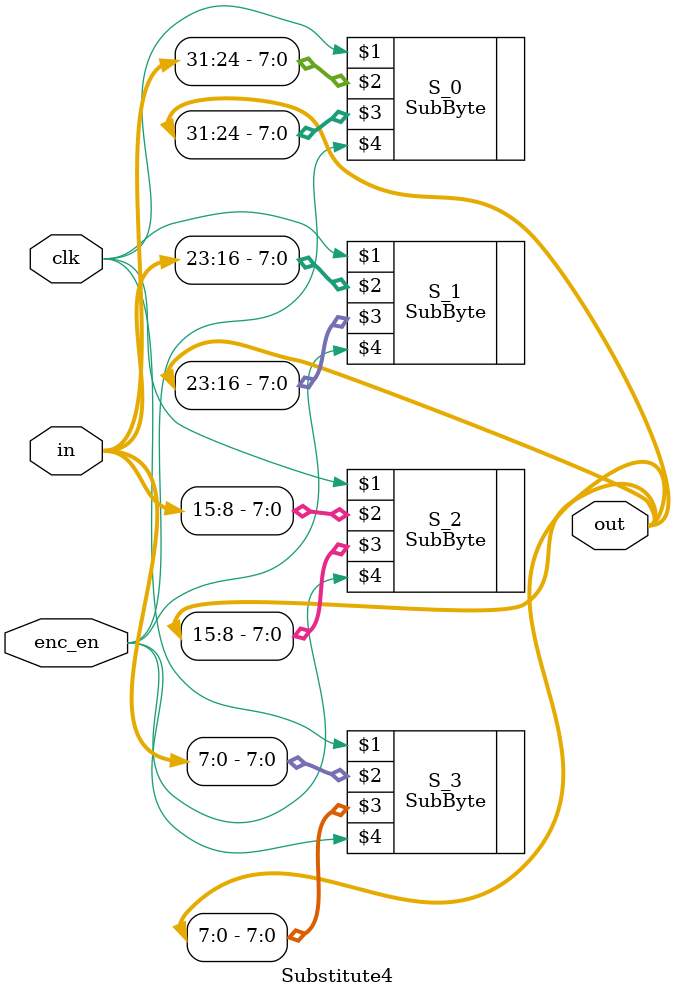
<source format=v>
/* substitue four bytes in a word */
module Substitute4 (clk, in, out, enc_en);
    input clk, enc_en;
    input [31:0] in;
    output [31:0] out;

    SubByte
        S_0 (clk, in[31:24], out[31:24], enc_en),
        S_1 (clk, in[23:16], out[23:16], enc_en),
        S_2 (clk, in[15:8],  out[15:8], enc_en),
        S_3 (clk, in[7:0],   out[7:0], enc_en);
endmodule
</source>
